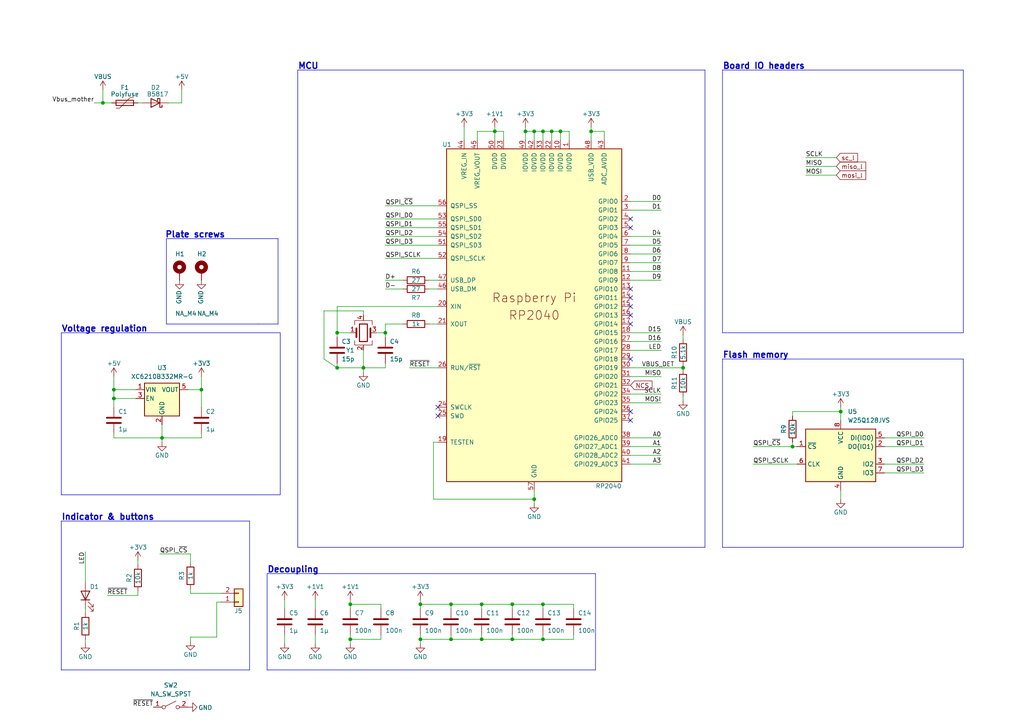
<source format=kicad_sch>
(kicad_sch (version 20231120) (generator "eeschema") (generator_version "8.0")
  (paper "A4")
  (title_block (title "Splinktegrated  ") (rev "2") (company "bastardkb"))
  (lib_symbols
    (symbol "Connector:Conn_01x07_Socket" (pin_names (offset 1.016) hide)
      (property "Reference" "J" (at 0 10.16 0))
      (property "Value" "Conn_01x07_Socket" (at 0 -10.16 0))
      (symbol "Conn_01x07_Socket_1_1"
        (pin passive line (at -5.08 7.62 0) (length 3.81) (name "Pin_1") (number "1"))
        (pin passive line (at -5.08 5.08 0) (length 3.81) (name "Pin_2") (number "2"))
        (pin passive line (at -5.08 2.54 0) (length 3.81) (name "Pin_3") (number "3"))
        (pin passive line (at -5.08 0 0) (length 3.81) (name "Pin_4") (number "4"))
        (pin passive line (at -5.08 -2.54 0) (length 3.81) (name "Pin_5") (number "5"))
        (pin passive line (at -5.08 -5.08 0) (length 3.81) (name "Pin_6") (number "6"))
        (pin passive line (at -5.08 -7.62 0) (length 3.81) (name "Pin_7") (number "7"))
      )
    )
    (symbol "Connector:Conn_01x14_Female" (pin_names (offset 1.016) hide)
      (property "Reference" "J113" (at 1.905 0.0001 0))
      (property "Value" "Cirque" (at 1.905 -2.5399 0))
      (symbol "Conn_01x14_Female_1_1"
        (pin passive line (at -5.08 -12.7 0) (length 3.81) (name "Pin_1") (number "1"))
        (pin passive line (at -5.08 10.16 0) (length 3.81) (name "Pin_10") (number "10"))
        (pin passive line (at -5.08 12.7 0) (length 3.81) (name "Pin_11") (number "11"))
        (pin passive line (at -5.08 15.24 0) (length 3.81) (name "Pin_12") (number "12"))
        (pin passive line (at -5.08 -15.24 0) (length 3.81) (name "Pin_13") (number "13"))
        (pin passive line (at -5.08 -17.78 0) (length 3.81) (name "Pin_14") (number "14"))
        (pin passive line (at -5.08 -10.16 0) (length 3.81) (name "Pin_2") (number "2"))
        (pin passive line (at -5.08 -7.62 0) (length 3.81) (name "Pin_3") (number "3"))
        (pin passive line (at -5.08 -5.08 0) (length 3.81) (name "Pin_4") (number "4"))
        (pin passive line (at -5.08 -2.54 0) (length 3.81) (name "Pin_5") (number "5"))
        (pin passive line (at -5.08 0 0) (length 3.81) (name "Pin_6") (number "6"))
        (pin passive line (at -5.08 2.54 0) (length 3.81) (name "Pin_7") (number "7"))
        (pin passive line (at -5.08 5.08 0) (length 3.81) (name "Pin_8") (number "8"))
        (pin passive line (at -5.08 7.62 0) (length 3.81) (name "Pin_9") (number "9"))
      )
    )
    (symbol "Connector:USB_C_Receptacle_USB2.0" (pin_names (offset 1.016))
      (property "Reference" "J" (at -10.16 19.05 0))
      (property "Value" "USB_C_Receptacle_USB2.0" (at 19.05 19.05 0))
      (symbol "USB_C_Receptacle_USB2.0_1_1"
        (pin passive line (at 0 -22.86 90) (length 5.08) (name "GND") (number "A1"))
        (pin passive line (at 0 -22.86 90) (length 5.08) hide (name "GND") (number "A12"))
        (pin passive line (at 15.24 15.24 180) (length 5.08) (name "VBUS") (number "A4"))
        (pin bidirectional line (at 15.24 10.16 180) (length 5.08) (name "CC1") (number "A5"))
        (pin bidirectional line (at 15.24 -2.54 180) (length 5.08) (name "D+") (number "A6"))
        (pin bidirectional line (at 15.24 2.54 180) (length 5.08) (name "D-") (number "A7"))
        (pin bidirectional line (at 15.24 -12.7 180) (length 5.08) (name "SBU1") (number "A8"))
        (pin passive line (at 15.24 15.24 180) (length 5.08) hide (name "VBUS") (number "A9"))
        (pin passive line (at 0 -22.86 90) (length 5.08) hide (name "GND") (number "B1"))
        (pin passive line (at 0 -22.86 90) (length 5.08) hide (name "GND") (number "B12"))
        (pin passive line (at 15.24 15.24 180) (length 5.08) hide (name "VBUS") (number "B4"))
        (pin bidirectional line (at 15.24 7.62 180) (length 5.08) (name "CC2") (number "B5"))
        (pin bidirectional line (at 15.24 -5.08 180) (length 5.08) (name "D+") (number "B6"))
        (pin bidirectional line (at 15.24 0 180) (length 5.08) (name "D-") (number "B7"))
        (pin bidirectional line (at 15.24 -15.24 180) (length 5.08) (name "SBU2") (number "B8"))
        (pin passive line (at 15.24 15.24 180) (length 5.08) hide (name "VBUS") (number "B9"))
        (pin passive line (at -7.62 -22.86 90) (length 5.08) (name "SHIELD") (number "S1"))
      )
    )
    (symbol "Connector_Generic:Conn_01x02" (pin_names (offset 1.016) hide)
      (property "Reference" "J" (at 0 2.54 0))
      (property "Value" "Conn_01x02" (at 0 -5.08 0))
      (symbol "Conn_01x02_1_1"
        (pin passive line (at -5.08 0 0) (length 3.81) (name "Pin_1") (number "1"))
        (pin passive line (at -5.08 -2.54 0) (length 3.81) (name "Pin_2") (number "2"))
      )
    )
    (symbol "Device:C" (pin_numbers hide) (pin_names (offset 0.254))
      (property "Reference" "C" (at 0.635 2.54 0))
      (property "Value" "C" (at 0.635 -2.54 0))
      (symbol "C_1_1"
        (pin passive line (at 0 3.81 270) (length 2.794) (name "~") (number "1"))
        (pin passive line (at 0 -3.81 90) (length 2.794) (name "~") (number "2"))
      )
    )
    (symbol "Device:Crystal_GND24" (pin_names (offset 1.016) hide)
      (property "Reference" "Y" (at 3.175 5.08 0))
      (property "Value" "Crystal_GND24" (at 3.175 3.175 0))
      (symbol "Crystal_GND24_1_1"
        (pin passive line (at -3.81 0 0) (length 1.27) (name "1") (number "1"))
        (pin passive line (at 0 5.08 270) (length 1.27) (name "2") (number "2"))
        (pin passive line (at 3.81 0 180) (length 1.27) (name "3") (number "3"))
        (pin passive line (at 0 -5.08 90) (length 1.27) (name "4") (number "4"))
      )
    )
    (symbol "Device:D_Schottky" (pin_numbers hide) (pin_names (offset 1.016) hide)
      (property "Reference" "D" (at 0 2.54 0))
      (property "Value" "D_Schottky" (at 0 -2.54 0))
      (symbol "D_Schottky_1_1"
        (pin passive line (at -3.81 0 0) (length 2.54) (name "K") (number "1"))
        (pin passive line (at 3.81 0 180) (length 2.54) (name "A") (number "2"))
      )
    )
    (symbol "Device:FerriteBead_Small" (pin_numbers hide) (pin_names (offset 0))
      (property "Reference" "FB" (at 1.905 1.27 0))
      (property "Value" "FerriteBead_Small" (at 1.905 -1.27 0))
      (symbol "FerriteBead_Small_1_1"
        (pin passive line (at 0 2.54 270) (length 1.27) (name "~") (number "1"))
        (pin passive line (at 0 -2.54 90) (length 1.27) (name "~") (number "2"))
      )
    )
    (symbol "Device:LED" (pin_numbers hide) (pin_names (offset 1.016) hide)
      (property "Reference" "D" (at 0 2.54 0))
      (property "Value" "LED" (at 0 -2.54 0))
      (symbol "LED_1_1"
        (pin passive line (at -3.81 0 0) (length 2.54) (name "K") (number "1"))
        (pin passive line (at 3.81 0 180) (length 2.54) (name "A") (number "2"))
      )
    )
    (symbol "Device:Polyfuse" (pin_numbers hide) (pin_names (offset 0))
      (property "Reference" "F" (at -2.54 0 90))
      (property "Value" "Polyfuse" (at 2.54 0 90))
      (symbol "Polyfuse_1_1"
        (pin passive line (at 0 3.81 270) (length 1.27) (name "~") (number "1"))
        (pin passive line (at 0 -3.81 90) (length 1.27) (name "~") (number "2"))
      )
    )
    (symbol "Device:R" (pin_numbers hide) (pin_names (offset 0))
      (property "Reference" "R" (at 2.032 0 90))
      (property "Value" "R" (at 0 0 90))
      (symbol "R_1_1"
        (pin passive line (at 0 3.81 270) (length 1.27) (name "~") (number "1"))
        (pin passive line (at 0 -3.81 90) (length 1.27) (name "~") (number "2"))
      )
    )
    (symbol "MCU_RaspberryPi_RP2040:RP2040" (pin_names (offset 1.016))
      (property "Reference" "U" (at -25.4 49.53 0))
      (property "Value" "RP2040" (at 20.32 -49.53 0))
      (symbol "RP2040_0_0"
        (text "Raspberry Pi" (at 0 5.08 0) (effects (font (size 2.54 2.54))))
        (text "RP2040" (at 0 0 0) (effects (font (size 2.54 2.54))))
      )
      (symbol "RP2040_1_1"
        (pin power_in line (at 10.16 50.8 270) (length 2.54) (name "IOVDD") (number "1"))
        (pin power_in line (at 7.62 50.8 270) (length 2.54) (name "IOVDD") (number "10"))
        (pin bidirectional line (at 27.94 12.7 180) (length 2.54) (name "GPIO8") (number "11"))
        (pin bidirectional line (at 27.94 10.16 180) (length 2.54) (name "GPIO9") (number "12"))
        (pin bidirectional line (at 27.94 7.62 180) (length 2.54) (name "GPIO10") (number "13"))
        (pin bidirectional line (at 27.94 5.08 180) (length 2.54) (name "GPIO11") (number "14"))
        (pin bidirectional line (at 27.94 2.54 180) (length 2.54) (name "GPIO12") (number "15"))
        (pin bidirectional line (at 27.94 0 180) (length 2.54) (name "GPIO13") (number "16"))
        (pin bidirectional line (at 27.94 -2.54 180) (length 2.54) (name "GPIO14") (number "17"))
        (pin bidirectional line (at 27.94 -5.08 180) (length 2.54) (name "GPIO15") (number "18"))
        (pin passive line (at -27.94 -36.83 0) (length 2.54) (name "TESTEN") (number "19"))
        (pin bidirectional line (at 27.94 33.02 180) (length 2.54) (name "GPIO0") (number "2"))
        (pin input line (at -27.94 2.54 0) (length 2.54) (name "XIN") (number "20"))
        (pin passive line (at -27.94 -2.54 0) (length 2.54) (name "XOUT") (number "21"))
        (pin power_in line (at 5.08 50.8 270) (length 2.54) (name "IOVDD") (number "22"))
        (pin power_in line (at -8.89 50.8 270) (length 2.54) (name "DVDD") (number "23"))
        (pin output line (at -27.94 -26.67 0) (length 2.54) (name "SWCLK") (number "24"))
        (pin bidirectional line (at -27.94 -29.21 0) (length 2.54) (name "SWD") (number "25"))
        (pin input line (at -27.94 -15.24 0) (length 2.54) (name "RUN/~{RST}") (number "26"))
        (pin bidirectional line (at 27.94 -7.62 180) (length 2.54) (name "GPIO16") (number "27"))
        (pin bidirectional line (at 27.94 -10.16 180) (length 2.54) (name "GPIO17") (number "28"))
        (pin bidirectional line (at 27.94 -12.7 180) (length 2.54) (name "GPIO18") (number "29"))
        (pin bidirectional line (at 27.94 30.48 180) (length 2.54) (name "GPIO1") (number "3"))
        (pin bidirectional line (at 27.94 -15.24 180) (length 2.54) (name "GPIO19") (number "30"))
        (pin bidirectional line (at 27.94 -17.78 180) (length 2.54) (name "GPIO20") (number "31"))
        (pin bidirectional line (at 27.94 -20.32 180) (length 2.54) (name "GPIO21") (number "32"))
        (pin power_in line (at 2.54 50.8 270) (length 2.54) (name "IOVDD") (number "33"))
        (pin bidirectional line (at 27.94 -22.86 180) (length 2.54) (name "GPIO22") (number "34"))
        (pin bidirectional line (at 27.94 -25.4 180) (length 2.54) (name "GPIO23") (number "35"))
        (pin bidirectional line (at 27.94 -27.94 180) (length 2.54) (name "GPIO24") (number "36"))
        (pin bidirectional line (at 27.94 -30.48 180) (length 2.54) (name "GPIO25") (number "37"))
        (pin bidirectional line (at 27.94 -35.56 180) (length 2.54) (name "GPIO26_ADC0") (number "38"))
        (pin bidirectional line (at 27.94 -38.1 180) (length 2.54) (name "GPIO27_ADC1") (number "39"))
        (pin bidirectional line (at 27.94 27.94 180) (length 2.54) (name "GPIO2") (number "4"))
        (pin bidirectional line (at 27.94 -40.64 180) (length 2.54) (name "GPIO28_ADC2") (number "40"))
        (pin bidirectional line (at 27.94 -43.18 180) (length 2.54) (name "GPIO29_ADC3") (number "41"))
        (pin power_in line (at 0 50.8 270) (length 2.54) (name "IOVDD") (number "42"))
        (pin power_in line (at 20.32 50.8 270) (length 2.54) (name "ADC_AVDD") (number "43"))
        (pin power_in line (at -20.32 50.8 270) (length 2.54) (name "VREG_IN") (number "44"))
        (pin power_out line (at -16.51 50.8 270) (length 2.54) (name "VREG_VOUT") (number "45"))
        (pin bidirectional line (at -27.94 7.62 0) (length 2.54) (name "USB_DM") (number "46"))
        (pin bidirectional line (at -27.94 10.16 0) (length 2.54) (name "USB_DP") (number "47"))
        (pin power_in line (at 16.51 50.8 270) (length 2.54) (name "USB_VDD") (number "48"))
        (pin power_in line (at -2.54 50.8 270) (length 2.54) (name "IOVDD") (number "49"))
        (pin bidirectional line (at 27.94 25.4 180) (length 2.54) (name "GPIO3") (number "5"))
        (pin power_in line (at -11.43 50.8 270) (length 2.54) (name "DVDD") (number "50"))
        (pin bidirectional line (at -27.94 20.32 0) (length 2.54) (name "QSPI_SD3") (number "51"))
        (pin output line (at -27.94 16.51 0) (length 2.54) (name "QSPI_SCLK") (number "52"))
        (pin bidirectional line (at -27.94 27.94 0) (length 2.54) (name "QSPI_SD0") (number "53"))
        (pin bidirectional line (at -27.94 22.86 0) (length 2.54) (name "QSPI_SD2") (number "54"))
        (pin bidirectional line (at -27.94 25.4 0) (length 2.54) (name "QSPI_SD1") (number "55"))
        (pin bidirectional line (at -27.94 31.75 0) (length 2.54) (name "QSPI_SS") (number "56"))
        (pin power_in line (at 0 -50.8 90) (length 2.54) (name "GND") (number "57"))
        (pin bidirectional line (at 27.94 22.86 180) (length 2.54) (name "GPIO4") (number "6"))
        (pin bidirectional line (at 27.94 20.32 180) (length 2.54) (name "GPIO5") (number "7"))
        (pin bidirectional line (at 27.94 17.78 180) (length 2.54) (name "GPIO6") (number "8"))
        (pin bidirectional line (at 27.94 15.24 180) (length 2.54) (name "GPIO7") (number "9"))
      )
    )
    (symbol "Mechanical:MountingHole_Pad" (pin_numbers hide) (pin_names (offset 1.016) hide)
      (property "Reference" "H" (at 0 6.35 0))
      (property "Value" "MountingHole_Pad" (at 0 4.445 0))
      (symbol "MountingHole_Pad_1_1"
        (pin input line (at 0 -2.54 90) (length 2.54) (name "1") (number "1"))
      )
    )
    (symbol "Memory_Flash:W25Q128JVS"
      (property "Reference" "U" (at -8.89 8.89 0))
      (property "Value" "W25Q128JVS" (at 7.62 8.89 0))
      (symbol "W25Q128JVS_1_1"
        (pin input line (at -12.7 2.54 0) (length 2.54) (name "~{CS}") (number "1"))
        (pin bidirectional line (at 12.7 2.54 180) (length 2.54) (name "DO(IO1)") (number "2"))
        (pin bidirectional line (at 12.7 -2.54 180) (length 2.54) (name "IO2") (number "3"))
        (pin power_in line (at 0 -10.16 90) (length 2.54) (name "GND") (number "4"))
        (pin bidirectional line (at 12.7 5.08 180) (length 2.54) (name "DI(IO0)") (number "5"))
        (pin input line (at -12.7 -2.54 0) (length 2.54) (name "CLK") (number "6"))
        (pin bidirectional line (at 12.7 -5.08 180) (length 2.54) (name "IO3") (number "7"))
        (pin power_in line (at 0 10.16 270) (length 2.54) (name "VCC") (number "8"))
      )
    )
    (symbol "Power_Protection:USBLC6-2P6" (pin_names hide)
      (property "Reference" "U" (at 2.54 8.89 0))
      (property "Value" "USBLC6-2P6" (at 2.54 -8.89 0))
      (symbol "USBLC6-2P6_1_1"
        (pin passive line (at -10.16 -2.54 0) (length 2.54) (name "I/O1") (number "1"))
        (pin passive line (at 0 -10.16 90) (length 2.54) (name "GND") (number "2"))
        (pin passive line (at 10.16 -2.54 180) (length 2.54) (name "I/O2") (number "3"))
        (pin passive line (at 10.16 2.54 180) (length 2.54) (name "I/O2") (number "4"))
        (pin passive line (at 0 10.16 270) (length 2.54) (name "VBUS") (number "5"))
        (pin passive line (at -10.16 2.54 0) (length 2.54) (name "I/O1") (number "6"))
      )
    )
    (symbol "Regulator_Linear:AP2127K-3.3" (pin_names (offset 0.254))
      (property "Reference" "U" (at -5.08 5.715 0))
      (property "Value" "AP2127K-3.3" (at 0 5.715 0))
      (symbol "AP2127K-3.3_1_1"
        (pin power_in line (at -7.62 2.54 0) (length 2.54) (name "VIN") (number "1"))
        (pin power_in line (at 0 -7.62 90) (length 2.54) (name "GND") (number "2"))
        (pin input line (at -7.62 0 0) (length 2.54) (name "EN") (number "3"))
        (pin no_connect line (at 5.08 0 180) (length 2.54) hide (name "NC") (number "4"))
        (pin power_out line (at 7.62 2.54 180) (length 2.54) (name "VOUT") (number "5"))
      )
    )
    (symbol "Switch:SW_SPST" (pin_names (offset 0) hide)
      (property "Reference" "SW" (at 0 3.175 0))
      (property "Value" "SW_SPST" (at 0 -2.54 0))
      (symbol "SW_SPST_1_1"
        (pin passive line (at -5.08 0 0) (length 2.54) (name "A") (number "1"))
        (pin passive line (at 5.08 0 180) (length 2.54) (name "B") (number "2"))
      )
    )
    (symbol "power:+1V1" (power) (pin_names (offset 0))
      (property "Value" "+1V1" (at 0 3.556 0))
      (symbol "+1V1_1_1"
        (pin power_in line (at 0 0 90) (length 0) hide (name "+1V1") (number "1"))
      )
    )
    (symbol "power:+3.3V" (power) (pin_names (offset 0))
      (property "Value" "+3.3V" (at 0 3.556 0))
      (symbol "+3.3V_1_1"
        (pin power_in line (at 0 0 90) (length 0) hide (name "+3V3") (number "1"))
      )
    )
    (symbol "power:+5V" (power) (pin_names (offset 0))
      (property "Value" "+5V" (at 0 3.556 0))
      (symbol "+5V_1_1"
        (pin power_in line (at 0 0 90) (length 0) hide (name "+5V") (number "1"))
      )
    )
    (symbol "power:GND" (power) (pin_names (offset 0))
      (property "Value" "GND" (at 0 -3.81 0))
      (symbol "GND_1_1"
        (pin power_in line (at 0 0 270) (length 0) hide (name "GND") (number "1"))
      )
    )
    (symbol "power:VBUS" (power) (pin_names (offset 0))
      (property "Value" "VBUS" (at 0 3.81 0))
      (symbol "VBUS_1_1"
        (pin power_in line (at 0 0 90) (length 0) hide (name "VBUS") (number "1"))
      )
    )
  )
  (junction (at 46.99 127))
  (junction (at 105.41 106.68))
  (junction (at 154.94 38.1))
  (junction (at 162.56 38.1))
  (junction (at 111.76 96.52))
  (junction (at 157.48 185.42))
  (junction (at 101.6 185.42))
  (junction (at -85.09 48.26))
  (junction (at 157.48 38.1))
  (junction (at 97.79 96.52))
  (junction (at 157.48 175.26))
  (junction (at 101.6 175.26))
  (junction (at 121.92 185.42))
  (junction (at 148.59 185.42))
  (junction (at 130.81 175.26))
  (junction (at 148.59 175.26))
  (junction (at 152.4 38.1))
  (junction (at 160.02 38.1))
  (junction (at 33.02 113.03))
  (junction (at 171.45 38.1))
  (junction (at 139.7 185.42))
  (junction (at 154.94 144.78))
  (junction (at -104.14 72.39))
  (junction (at 198.12 106.68))
  (junction (at 58.42 113.03))
  (junction (at 229.87 129.54))
  (junction (at 139.7 175.26))
  (junction (at -68.58 40.64))
  (junction (at 130.81 185.42))
  (junction (at 97.79 106.68))
  (junction (at 33.02 115.57))
  (junction (at -85.09 50.8))
  (junction (at 243.84 119.38))
  (junction (at 29.845 29.845))
  (junction (at 143.51 38.1))
  (junction (at 121.92 175.26))
  (no_connect (at 392.43 64.77))
  (no_connect (at 392.43 39.37))
  (no_connect (at 392.43 67.31))
  (no_connect (at 182.88 119.38))
  (no_connect (at 182.88 121.92))
  (no_connect (at 182.88 83.82))
  (no_connect (at 182.88 104.14))
  (no_connect (at 182.88 86.36))
  (no_connect (at 182.88 88.9))
  (no_connect (at 182.88 91.44))
  (no_connect (at 182.88 93.98))
  (no_connect (at -88.9 60.96))
  (no_connect (at -88.9 63.5))
  (no_connect (at 392.43 54.61))
  (no_connect (at 182.88 63.5))
  (no_connect (at 182.88 66.04))
  (no_connect (at 392.43 41.91))
  (no_connect (at 127 118.11))
  (no_connect (at 127 120.65))
  (no_connect (at 392.43 44.45))
  (no_connect (at 392.43 46.99))
  (no_connect (at 392.43 49.53))
  (polyline (pts (xy 209.55 96.52) (xy 279.4 96.52)))
  (wire (pts (xy 171.45 38.1) (xy 171.45 40.64)))
  (wire (pts (xy 33.02 115.57) (xy 33.02 118.11)))
  (wire (pts (xy 105.41 91.44) (xy 105.41 90.17)))
  (wire (pts (xy 118.745 106.68) (xy 127 106.68)))
  (wire (pts (xy 58.42 109.22) (xy 58.42 113.03)))
  (wire (pts (xy 55.245 170.815) (xy 55.245 172.085)))
  (wire (pts (xy 82.55 173.99) (xy 82.55 176.53)))
  (wire (pts (xy 40.005 29.845) (xy 41.275 29.845)))
  (wire (pts (xy 267.97 134.62) (xy 256.54 134.62)))
  (wire (pts (xy 101.6 175.26) (xy 110.49 175.26)))
  (wire (pts (xy 121.92 173.99) (xy 121.92 175.26)))
  (polyline (pts (xy 17.78 194.31) (xy 72.39 194.31)))
  (polyline (pts (xy 204.47 158.75) (xy 204.47 20.32)))
  (wire (pts (xy 182.88 127) (xy 191.77 127)))
  (wire (pts (xy -88.9 50.8) (xy -85.09 50.8)))
  (wire (pts (xy 91.44 173.99) (xy 91.44 176.53)))
  (wire (pts (xy 267.97 137.16) (xy 256.54 137.16)))
  (polyline (pts (xy 279.4 104.14) (xy 209.55 104.14)))
  (wire (pts (xy 111.76 66.04) (xy 127 66.04)))
  (wire (pts (xy 182.88 101.6) (xy 191.77 101.6)))
  (wire (pts (xy 121.92 185.42) (xy 130.81 185.42)))
  (wire (pts (xy 33.02 113.03) (xy 39.37 113.03)))
  (wire (pts (xy 101.6 175.26) (xy 101.6 176.53)))
  (wire (pts (xy 243.84 118.11) (xy 243.84 119.38)))
  (wire (pts (xy 109.22 96.52) (xy 111.76 96.52)))
  (wire (pts (xy 105.41 106.68) (xy 105.41 107.95)))
  (wire (pts (xy 162.56 38.1) (xy 165.1 38.1)))
  (wire (pts (xy 48.895 29.845) (xy 52.705 29.845)))
  (wire (pts (xy 121.92 175.26) (xy 130.81 175.26)))
  (wire (pts (xy -22.86 58.42) (xy -20.32 58.42)))
  (wire (pts (xy -22.86 53.34) (xy -20.32 53.34)))
  (wire (pts (xy 97.79 96.52) (xy 97.79 88.9)))
  (wire (pts (xy 111.76 68.58) (xy 127 68.58)))
  (wire (pts (xy 198.12 114.935) (xy 198.12 116.205)))
  (wire (pts (xy 143.51 38.1) (xy 143.51 40.64)))
  (wire (pts (xy 182.88 129.54) (xy 191.77 129.54)))
  (wire (pts (xy 130.81 184.15) (xy 130.81 185.42)))
  (polyline (pts (xy 405.765 72.39) (xy 370.84 72.39)))
  (wire (pts (xy -85.09 48.26) (xy -88.9 48.26)))
  (polyline (pts (xy -39.37 137.795) (xy -121.92 137.795)))
  (wire (pts (xy 121.92 185.42) (xy 121.92 186.69)))
  (wire (pts (xy 267.97 127) (xy 256.54 127)))
  (wire (pts (xy 52.705 26.035) (xy 52.705 29.845)))
  (wire (pts (xy 33.02 127) (xy 46.99 127)))
  (wire (pts (xy 125.73 128.27) (xy 127 128.27)))
  (wire (pts (xy 101.6 185.42) (xy 101.6 186.69)))
  (wire (pts (xy -22.86 50.8) (xy -20.32 50.8)))
  (wire (pts (xy 124.46 81.28) (xy 127 81.28)))
  (wire (pts (xy -88.9 45.72) (xy -86.36 45.72)))
  (wire (pts (xy 93.98 90.17) (xy 93.98 104.14)))
  (wire (pts (xy 101.6 185.42) (xy 110.49 185.42)))
  (wire (pts (xy 139.7 185.42) (xy 148.59 185.42)))
  (wire (pts (xy 124.46 93.98) (xy 127 93.98)))
  (wire (pts (xy 391.16 34.29) (xy 391.16 33.02)))
  (wire (pts (xy -86.36 45.72) (xy -85.09 48.26)))
  (polyline (pts (xy 370.84 23.495) (xy 405.765 23.495)))
  (wire (pts (xy -105.41 72.39) (xy -104.14 72.39)))
  (polyline (pts (xy 80.645 69.215) (xy 80.645 93.98)))
  (wire (pts (xy 243.84 142.24) (xy 243.84 144.78)))
  (wire (pts (xy 157.48 38.1) (xy 157.48 40.64)))
  (wire (pts (xy 111.76 106.68) (xy 111.76 105.41)))
  (wire (pts (xy 62.865 174.625) (xy 62.865 184.785)))
  (polyline (pts (xy 74.93 93.98) (xy 48.26 93.98)))
  (wire (pts (xy -88.9 33.02) (xy -86.36 33.02)))
  (wire (pts (xy 46.355 160.655) (xy 55.245 160.655)))
  (wire (pts (xy 58.42 125.73) (xy 58.42 127)))
  (wire (pts (xy 233.68 50.8) (xy 242.57 50.8)))
  (wire (pts (xy 233.68 48.26) (xy 242.57 48.26)))
  (wire (pts (xy 229.87 129.54) (xy 231.14 129.54)))
  (wire (pts (xy 105.41 106.68) (xy 111.76 106.68)))
  (wire (pts (xy 154.94 144.78) (xy 154.94 146.05)))
  (wire (pts (xy 182.88 109.22) (xy 191.77 109.22)))
  (wire (pts (xy 152.4 36.83) (xy 152.4 38.1)))
  (wire (pts (xy 146.05 40.64) (xy 146.05 38.1)))
  (wire (pts (xy 154.94 142.24) (xy 154.94 144.78)))
  (wire (pts (xy 40.005 171.45) (xy 40.005 172.72)))
  (wire (pts (xy 175.26 40.64) (xy 175.26 38.1)))
  (wire (pts (xy 55.245 160.655) (xy 55.245 163.195)))
  (wire (pts (xy 198.12 106.68) (xy 198.12 107.315)))
  (wire (pts (xy -22.86 55.88) (xy -20.32 55.88)))
  (wire (pts (xy 139.7 184.15) (xy 139.7 185.42)))
  (wire (pts (xy 157.48 185.42) (xy 166.37 185.42)))
  (wire (pts (xy 182.88 68.58) (xy 191.77 68.58)))
  (wire (pts (xy -111.76 72.39) (xy -110.49 72.39)))
  (wire (pts (xy 182.88 114.3) (xy 191.77 114.3)))
  (wire (pts (xy 97.79 106.68) (xy 105.41 106.68)))
  (wire (pts (xy 166.37 176.53) (xy 166.37 175.26)))
  (wire (pts (xy 171.45 38.1) (xy 175.26 38.1)))
  (wire (pts (xy 125.73 128.27) (xy 125.73 144.78)))
  (wire (pts (xy 139.7 175.26) (xy 148.59 175.26)))
  (polyline (pts (xy -39.37 85.09) (xy -39.37 137.795)))
  (wire (pts (xy 58.42 113.03) (xy 58.42 118.11)))
  (wire (pts (xy 218.44 134.62) (xy 231.14 134.62)))
  (wire (pts (xy 152.4 38.1) (xy 152.4 40.64)))
  (wire (pts (xy 105.41 90.17) (xy 93.98 90.17)))
  (polyline (pts (xy 209.55 104.14) (xy 209.55 158.75)))
  (wire (pts (xy 148.59 175.26) (xy 157.48 175.26)))
  (wire (pts (xy 110.49 184.15) (xy 110.49 185.42)))
  (polyline (pts (xy 17.78 151.13) (xy 17.78 194.31)))
  (wire (pts (xy 182.88 106.68) (xy 198.12 106.68)))
  (wire (pts (xy 391.16 36.83) (xy 392.43 36.83)))
  (wire (pts (xy 243.84 119.38) (xy 243.84 121.92)))
  (wire (pts (xy 182.88 132.08) (xy 191.77 132.08)))
  (wire (pts (xy 24.765 176.53) (xy 24.765 177.8)))
  (wire (pts (xy 111.76 96.52) (xy 111.76 97.79)))
  (wire (pts (xy 62.865 184.785) (xy 55.245 184.785)))
  (wire (pts (xy -88.9 38.1) (xy -80.01 38.1)))
  (wire (pts (xy 121.92 184.15) (xy 121.92 185.42)))
  (wire (pts (xy 171.45 36.83) (xy 171.45 38.1)))
  (wire (pts (xy 97.79 97.79) (xy 97.79 96.52)))
  (wire (pts (xy 24.765 185.42) (xy 24.765 186.69)))
  (polyline (pts (xy 279.4 96.52) (xy 279.4 20.32)))
  (polyline (pts (xy -121.92 16.51) (xy -39.37 16.51)))
  (wire (pts (xy 218.44 129.54) (xy 229.87 129.54)))
  (wire (pts (xy 130.81 185.42) (xy 139.7 185.42)))
  (wire (pts (xy 82.55 184.15) (xy 82.55 186.69)))
  (wire (pts (xy 182.88 73.66) (xy 191.77 73.66)))
  (wire (pts (xy 97.79 105.41) (xy 97.79 106.68)))
  (wire (pts (xy 130.81 175.26) (xy 130.81 176.53)))
  (wire (pts (xy 97.79 96.52) (xy 101.6 96.52)))
  (wire (pts (xy 111.76 71.12) (xy 127 71.12)))
  (polyline (pts (xy 48.26 69.215) (xy 48.26 93.98)))
  (wire (pts (xy 91.44 184.15) (xy 91.44 186.69)))
  (wire (pts (xy 64.135 174.625) (xy 62.865 174.625)))
  (wire (pts (xy 154.94 38.1) (xy 157.48 38.1)))
  (wire (pts (xy 182.88 96.52) (xy 191.77 96.52)))
  (wire (pts (xy -68.58 40.64) (xy -68.58 41.91)))
  (wire (pts (xy 229.87 128.27) (xy 229.87 129.54)))
  (wire (pts (xy 148.59 184.15) (xy 148.59 185.42)))
  (polyline (pts (xy -39.37 16.51) (xy -39.37 85.09)))
  (wire (pts (xy 160.02 38.1) (xy 160.02 40.64)))
  (polyline (pts (xy 17.78 96.52) (xy 81.28 96.52)))
  (wire (pts (xy 33.02 125.73) (xy 33.02 127)))
  (wire (pts (xy -86.36 29.21) (xy -86.36 33.02)))
  (wire (pts (xy -104.14 72.39) (xy -104.14 73.66)))
  (polyline (pts (xy 77.47 194.31) (xy 172.72 194.31)))
  (wire (pts (xy -72.39 38.1) (xy -68.58 38.1)))
  (wire (pts (xy 233.68 45.72) (xy 242.57 45.72)))
  (wire (pts (xy -111.76 71.12) (xy -111.76 72.39)))
  (wire (pts (xy 97.79 88.9) (xy 127 88.9)))
  (wire (pts (xy 182.88 116.84) (xy 191.77 116.84)))
  (wire (pts (xy 111.76 83.82) (xy 116.84 83.82)))
  (wire (pts (xy 267.97 129.54) (xy 256.54 129.54)))
  (wire (pts (xy 148.59 185.42) (xy 157.48 185.42)))
  (wire (pts (xy 33.02 109.22) (xy 33.02 113.03)))
  (wire (pts (xy 229.87 119.38) (xy 243.84 119.38)))
  (wire (pts (xy 138.43 38.1) (xy 143.51 38.1)))
  (wire (pts (xy 33.02 113.03) (xy 33.02 115.57)))
  (wire (pts (xy -88.9 40.64) (xy -80.01 40.64)))
  (wire (pts (xy 27.305 29.845) (xy 29.845 29.845)))
  (wire (pts (xy 111.76 63.5) (xy 127 63.5)))
  (wire (pts (xy 55.245 184.785) (xy 55.245 186.055)))
  (wire (pts (xy 148.59 175.26) (xy 148.59 176.53)))
  (wire (pts (xy 29.845 26.035) (xy 29.845 29.845)))
  (polyline (pts (xy 172.72 194.31) (xy 172.72 166.37)))
  (polyline (pts (xy 81.28 143.51) (xy 17.78 143.51)))
  (wire (pts (xy 116.84 93.98) (xy 111.76 93.98)))
  (wire (pts (xy 143.51 36.83) (xy 143.51 38.1)))
  (polyline (pts (xy -122.555 137.795) (xy -121.92 16.51)))
  (wire (pts (xy 111.76 59.69) (xy 127 59.69)))
  (wire (pts (xy 165.1 40.64) (xy 165.1 38.1)))
  (polyline (pts (xy 209.55 158.75) (xy 279.4 158.75)))
  (polyline (pts (xy 77.47 166.37) (xy 172.72 166.37)))
  (wire (pts (xy 24.765 160.02) (xy 24.765 168.91)))
  (wire (pts (xy 157.48 38.1) (xy 160.02 38.1)))
  (wire (pts (xy 111.76 93.98) (xy 111.76 96.52)))
  (wire (pts (xy 46.99 123.19) (xy 46.99 127)))
  (wire (pts (xy 93.98 104.14) (xy 97.79 106.68)))
  (wire (pts (xy 229.87 120.65) (xy 229.87 119.38)))
  (wire (pts (xy 198.12 97.155) (xy 198.12 98.425)))
  (wire (pts (xy 124.46 83.82) (xy 127 83.82)))
  (wire (pts (xy 182.88 60.96) (xy 191.77 60.96)))
  (wire (pts (xy 157.48 175.26) (xy 166.37 175.26)))
  (wire (pts (xy 105.41 101.6) (xy 105.41 106.68)))
  (polyline (pts (xy 279.4 20.32) (xy 209.55 20.32)))
  (wire (pts (xy 182.88 76.2) (xy 191.77 76.2)))
  (wire (pts (xy -85.09 50.8) (xy -86.36 53.34)))
  (wire (pts (xy 54.61 113.03) (xy 58.42 113.03)))
  (wire (pts (xy 182.88 78.74) (xy 191.77 78.74)))
  (wire (pts (xy 121.92 175.26) (xy 121.92 176.53)))
  (wire (pts (xy 111.76 74.93) (xy 127 74.93)))
  (polyline (pts (xy 209.55 20.32) (xy 209.55 96.52)))
  (wire (pts (xy -85.09 48.26) (xy -79.375 48.26)))
  (wire (pts (xy 138.43 40.64) (xy 138.43 38.1)))
  (polyline (pts (xy 86.36 158.75) (xy 204.47 158.75)))
  (wire (pts (xy 154.94 38.1) (xy 154.94 40.64)))
  (wire (pts (xy 157.48 175.26) (xy 157.48 176.53)))
  (polyline (pts (xy 17.78 143.51) (xy 17.78 96.52)))
  (polyline (pts (xy 204.47 20.32) (xy 86.36 20.32)))
  (wire (pts (xy 182.88 58.42) (xy 191.77 58.42)))
  (wire (pts (xy -72.39 40.64) (xy -68.58 40.64)))
  (polyline (pts (xy 405.765 23.495) (xy 405.765 72.39)))
  (wire (pts (xy 111.76 81.28) (xy 116.84 81.28)))
  (wire (pts (xy 162.56 38.1) (xy 162.56 40.64)))
  (wire (pts (xy 198.12 106.045) (xy 198.12 106.68)))
  (wire (pts (xy 182.88 134.62) (xy 191.77 134.62)))
  (polyline (pts (xy 77.47 166.37) (xy 77.47 194.31)))
  (polyline (pts (xy 48.26 69.215) (xy 74.93 69.215)))
  (wire (pts (xy -68.58 38.1) (xy -68.58 40.64)))
  (wire (pts (xy -86.36 53.34) (xy -88.9 53.34)))
  (wire (pts (xy 110.49 176.53) (xy 110.49 175.26)))
  (wire (pts (xy -85.09 50.8) (xy -79.375 50.8)))
  (wire (pts (xy 157.48 184.15) (xy 157.48 185.42)))
  (wire (pts (xy 55.245 172.085) (xy 64.135 172.085)))
  (wire (pts (xy 160.02 38.1) (xy 162.56 38.1)))
  (polyline (pts (xy 81.28 96.52) (xy 81.28 143.51)))
  (wire (pts (xy -104.14 71.12) (xy -104.14 72.39)))
  (polyline (pts (xy 72.39 194.31) (xy 72.39 151.13)))
  (wire (pts (xy 152.4 38.1) (xy 154.94 38.1)))
  (wire (pts (xy 182.88 81.28) (xy 191.77 81.28)))
  (wire (pts (xy 46.99 127) (xy 46.99 128.27)))
  (wire (pts (xy 166.37 184.15) (xy 166.37 185.42)))
  (polyline (pts (xy 17.78 151.13) (xy 72.39 151.13)))
  (wire (pts (xy 101.6 184.15) (xy 101.6 185.42)))
  (wire (pts (xy 392.43 34.29) (xy 391.16 34.29)))
  (wire (pts (xy 31.115 172.72) (xy 40.005 172.72)))
  (polyline (pts (xy 74.93 69.215) (xy 80.645 69.215)))
  (wire (pts (xy 40.005 162.56) (xy 40.005 163.83)))
  (polyline (pts (xy 86.36 20.32) (xy 86.36 158.75)))
  (wire (pts (xy 125.73 144.78) (xy 154.94 144.78)))
  (wire (pts (xy 182.88 71.12) (xy 191.77 71.12)))
  (polyline (pts (xy 370.84 23.495) (xy 370.84 72.39)))
  (wire (pts (xy 134.62 36.83) (xy 134.62 40.64)))
  (wire (pts (xy 143.51 38.1) (xy 146.05 38.1)))
  (wire (pts (xy 139.7 175.26) (xy 139.7 176.53)))
  (polyline (pts (xy 80.645 93.98) (xy 74.93 93.98)))
  (wire (pts (xy 46.99 127) (xy 58.42 127)))
  (wire (pts (xy 29.845 29.845) (xy 32.385 29.845)))
  (wire (pts (xy 101.6 173.99) (xy 101.6 175.26)))
  (wire (pts (xy 33.02 115.57) (xy 39.37 115.57)))
  (wire (pts (xy 182.88 99.06) (xy 191.77 99.06)))
  (wire (pts (xy 130.81 175.26) (xy 139.7 175.26)))
  (polyline (pts (xy 279.4 158.75) (xy 279.4 104.14)))
  (text "Decoupling" (at 77.47 166.37 0) (effects (font (size 1.778 1.778) (thickness 0.3556) (bold yes)) (justify left bottom)))
  (text "Board IO headers" (at 209.55 20.32 0) (effects (font (size 1.778 1.778) (thickness 0.3556) (bold yes)) (justify left bottom)))
  (text "USB-C connector" (at -121.92 16.51 0) (effects (font (size 1.778 1.778) (thickness 0.3556) (bold yes)) (justify left bottom)))
  (text "Cirque FPC connector" (at 370.205 23.495 0) (effects (font (size 1.778 1.778) (thickness 0.3556) (bold yes)) (justify left bottom)))
  (text "Indicator & buttons" (at 17.78 151.13 0) (effects (font (size 1.778 1.778) (thickness 0.3556) (bold yes)) (justify left bottom)))
  (text "ESD protection" (at -111.76 98.425 0) (effects (font (size 1.778 1.778) (thickness 0.3556) (bold yes)) (justify left bottom)))
  (text "Voltage regulation" (at 17.78 96.52 0) (effects (font (size 1.778 1.778) (thickness 0.3556) (bold yes)) (justify left bottom)))
  (text "MCU" (at 86.36 20.32 0) (effects (font (size 1.778 1.778) (thickness 0.3556) (bold yes)) (justify left bottom)))
  (text "Plate screws" (at 65.405 69.215 0) (effects (font (size 1.778 1.778) (thickness 0.3556) (bold yes)) (justify right bottom)))
  (text "Flash memory" (at 209.55 104.14 0) (effects (font (size 1.778 1.778) (thickness 0.3556) (bold yes)) (justify left bottom)))
  (label "Vbus_daughter" (at -20.32 50.8 0))
  (label "D8" (at 191.77 78.74 180))
  (label "D-_daughter" (at -20.32 55.88 0))
  (label "QSPI_D2" (at 111.76 68.58 0))
  (label "SCLK" (at 191.77 114.3 180))
  (label "D15" (at 191.77 96.52 180))
  (label "Gnd_daughter" (at -93.345 125.73 0))
  (label "D16" (at 191.77 99.06 180))
  (label "LED" (at 191.77 101.6 180))
  (label "SCLK" (at 233.68 45.72 0))
  (label "Gnd_daughter" (at -104.14 73.66 0))
  (label "D-_daughter" (at -103.505 118.11 180))
  (label "VBUS_DET" (at 195.58 106.68 180))
  (label "D6" (at 191.77 73.66 180))
  (label "MOSI" (at 191.77 116.84 180))
  (label "A2" (at 191.77 132.08 180))
  (label "D7" (at 191.77 76.2 180))
  (label "D-" (at 111.76 83.82 0))
  (label "D1" (at 191.77 60.96 180))
  (label "~{RESET}" (at 31.115 172.72 0))
  (label "MOSI" (at 392.43 52.07 180))
  (label "Vbus_daughter" (at -86.36 29.21 0))
  (label "QSPI_SCLK" (at 218.44 134.62 0))
  (label "D4" (at 191.77 68.58 180))
  (label "QSPI_D0" (at 267.97 127 180))
  (label "QSPI_~{CS}" (at 218.44 129.54 0))
  (label "QSPI_D1" (at 111.76 66.04 0))
  (label "D+" (at -22.86 58.42 180))
  (label "MOSI" (at 233.68 50.8 0))
  (label "MISO" (at 233.68 48.26 0))
  (label "D+_daughter" (at -20.32 58.42 0))
  (label "~{RESET}" (at 118.745 106.68 0))
  (label "QSPI_D3" (at 111.76 71.12 0))
  (label "~{RESET}" (at 44.45 205.105 180))
  (label "QSPI_~{CS}" (at 111.76 59.69 0))
  (label "A1" (at 191.77 129.54 180))
  (label "MISO" (at 392.43 59.69 180))
  (label "Vbus_mother" (at 27.305 29.845 180))
  (label "D5" (at 191.77 71.12 180))
  (label "QSPI_D2" (at 267.97 134.62 180))
  (label "D9" (at 191.77 81.28 180))
  (label "D+" (at 111.76 81.28 0))
  (label "D-_daughter" (at -79.375 48.26 0))
  (label "D+_daughter" (at -83.185 113.03 0))
  (label "LED" (at 24.765 160.02 270))
  (label "Gnd_daughter" (at -20.32 53.34 0))
  (label "D-" (at -22.86 55.88 180))
  (label "QSPI_D1" (at 267.97 129.54 180))
  (label "MISO" (at 191.77 109.22 180))
  (label "Gnd_daughter" (at -68.58 41.91 0))
  (label "SCLK" (at 392.43 62.23 180))
  (label "QSPI_~{CS}" (at 46.355 160.655 0))
  (label "Vbus_daughter" (at -93.345 105.41 0))
  (label "QSPI_SCLK" (at 111.76 74.93 0))
  (label "QSPI_D3" (at 267.97 137.16 180))
  (label "A3" (at 191.77 134.62 180))
  (label "D0" (at 191.77 58.42 180))
  (label "D-_daughter" (at -103.505 113.03 180))
  (label "D+_daughter" (at -79.375 50.8 0))
  (label "A0" (at 191.77 127 180))
  (label "QSPI_D0" (at 111.76 63.5 0))
  (label "D+_daughter" (at -83.185 118.11 0))
  (label "Vbus_mother" (at -22.86 50.8 180))
  (global_label "NCS" (shape input) (at 392.43 57.15 180) (property "Intersheetrefs" "${INTERSHEET_REFS}" (effects (hide yes))))
  (global_label "miso_l" (shape input) (at 242.57 48.26 0) (property "Intersheetrefs" "${INTERSHEET_REFS}" (effects (hide yes))))
  (global_label "mosi_l" (shape input) (at 242.57 50.8 0) (property "Intersheetrefs" "${INTERSHEET_REFS}" (effects (hide yes))))
  (global_label "sc_l" (shape input) (at 242.57 45.72 0) (property "Intersheetrefs" "${INTERSHEET_REFS}" (effects (hide yes))))
  (global_label "NCS" (shape input) (at 182.88 111.76 0) (property "Intersheetrefs" "${INTERSHEET_REFS}" (effects (hide yes))))
  (symbol (lib_id "Device:C") (at 148.59 180.34 0) (unit 1)
    (property "Reference" "C12" (at 149.86 177.8 0) (effects (justify left)))
    (property "Value" "100n" (at 149.86 182.88 0) (effects (justify left)))
    (property "Footprint" "Capacitor_SMD:C_0402_1005Metric" (effects (hide yes)))
    (property "LCSC" "C1525" (effects (hide yes)))
  )
  (symbol (lib_id "Connector_Generic:Conn_01x02") (at 69.215 174.625 0) (mirror x) (unit 1) (in_bom no)
    (property "Reference" "J5" (at 67.945 177.165 0) (effects (justify left)))
    (property "Value" "Conn_01x02" (effects (hide yes)))
    (property "Footprint" "drawings:PinHeader_1x02_P1.27mm_Vertical" (effects (hide yes)))
  )
  (symbol (lib_id "MCU_RaspberryPi_RP2040:RP2040") (at 154.94 91.44 0) (unit 1)
    (property "Reference" "U1" (at 128.27 41.91 0) (effects (justify left)))
    (property "Value" "RP2040" (at 172.72 140.97 0) (effects (justify left)))
    (property "Footprint" "0xLib_Package_DFN_QFN:QFN-56-1EP_7x7mm_P0.4mm_EP3.2x3.2mm" (effects (hide yes)))
    (property "LCSC" "C2040" (effects (hide yes)))
  )
  (symbol (lib_id "Device:R") (at -76.2 38.1 90) (unit 1)
    (property "Reference" "R4" (at -71.755 34.925 90))
    (property "Value" "5.1k" (at -76.2 38.1 90))
    (property "Footprint" "Resistor_SMD:R_0402_1005Metric" (effects (hide yes)))
    (property "LCSC" "C25905" (effects (hide yes)))
  )
  (symbol (lib_id "power:+3.3V") (at 40.005 162.56 0) (unit 1)
    (property "Reference" "#PWR04" (effects (hide yes)))
    (property "Value" "+3V3" (at 40.005 158.75 0))
  )
  (symbol (lib_id "power:GND") (at 55.245 186.055 0) (unit 1)
    (property "Reference" "#PWR09" (effects (hide yes)))
    (property "Value" "GND" (at 55.245 189.865 0))
  )
  (symbol (lib_id "power:VBUS") (at 29.845 26.035 0) (unit 1)
    (property "Reference" "#PWR0104" (effects (hide yes)))
    (property "Value" "VBUS" (at 29.845 22.225 0))
  )
  (symbol (lib_id "power:GND") (at 24.765 186.69 0) (unit 1)
    (property "Reference" "#PWR01" (effects (hide yes)))
    (property "Value" "GND" (at 24.765 190.5 0))
  )
  (symbol (lib_id "power:+3.3V") (at 391.16 33.02 0) (unit 1)
    (property "Reference" "#PWR010" (effects (hide yes)))
    (property "Value" "+3V3" (at 391.16 29.21 0))
  )
  (symbol (lib_id "Mechanical:MountingHole_Pad") (at 58.42 78.74 0) (unit 1)
    (property "Reference" "H2" (at 57.15 73.66 0) (effects (justify left)))
    (property "Value" "NA_M4" (at 57.15 90.932 0) (effects (justify left)))
    (property "Footprint" "drawings:MountingHole_3mm_Pad_Via" (effects (hide yes)))
  )
  (symbol (lib_id "Device:R") (at 120.65 93.98 90) (unit 1)
    (property "Reference" "R8" (at 120.65 91.44 90))
    (property "Value" "1k" (at 120.65 93.98 90))
    (property "Footprint" "Resistor_SMD:R_0402_1005Metric" (effects (hide yes)))
    (property "LCSC" "C11702" (effects (hide yes)))
  )
  (symbol (lib_id "Memory_Flash:W25Q128JVS") (at 243.84 132.08 0) (unit 1)
    (property "Reference" "U5" (at 245.8594 119.38 0) (effects (justify left)))
    (property "Value" "W25Q128JVS" (at 245.8594 121.92 0) (effects (justify left)))
    (property "Footprint" "drawings:W25Q128JVPIQ" (effects (hide yes)))
    (property "Datasheet" "http://www.winbond.com/resource-files/w25q128jv_dtr%20revc%2003272018%20plus.pdf" (effects (hide yes)))
  )
  (symbol (lib_id "Device:Polyfuse") (at 36.195 29.845 90) (unit 1)
    (property "Reference" "F1" (at 36.195 25.4 90))
    (property "Value" "Polyfuse" (at 36.195 27.305 90))
    (property "Footprint" "Fuse:Fuse_0603_1608Metric" (effects (hide yes)))
    (property "LCSC" "C69679" (effects (hide yes)))
  )
  (symbol (lib_id "Connector:Conn_01x07_Socket") (at 344.17 36.83 0) (unit 1)
    (property "Reference" "J11" (at 345.44 35.5599 0) (effects (justify left)))
    (property "Value" "Conn_01x07_Socket" (at 345.44 38.0999 0) (effects (justify left)))
    (property "Footprint" "Connector_PinSocket_2.54mm:PinSocket_1x07_P2.54mm_Vertical" (effects (hide yes)))
    (property "Description" "Generic connector, single row, 01x07, script generated" (effects (hide yes)))
  )
  (symbol (lib_id "Device:R") (at 198.12 102.235 180) (unit 1)
    (property "Reference" "R10" (at 195.58 102.235 90))
    (property "Value" "5.1k" (at 198.12 102.235 90))
    (property "Footprint" "Resistor_SMD:R_0402_1005Metric" (effects (hide yes)))
    (property "LCSC" "C25905" (effects (hide yes)))
  )
  (symbol (lib_id "Device:C") (at 157.48 180.34 0) (unit 1)
    (property "Reference" "C13" (at 158.75 177.8 0) (effects (justify left)))
    (property "Value" "100n" (at 158.75 182.88 0) (effects (justify left)))
    (property "Footprint" "Capacitor_SMD:C_0402_1005Metric" (effects (hide yes)))
    (property "LCSC" "C1525" (effects (hide yes)))
  )
  (symbol (lib_id "Device:C") (at 166.37 180.34 0) (unit 1)
    (property "Reference" "C14" (at 167.64 177.8 0) (effects (justify left)))
    (property "Value" "100n" (at 167.64 182.88 0) (effects (justify left)))
    (property "Footprint" "Capacitor_SMD:C_0402_1005Metric" (effects (hide yes)))
    (property "LCSC" "C1525" (effects (hide yes)))
  )
  (symbol (lib_id "Device:R") (at 120.65 81.28 90) (unit 1)
    (property "Reference" "R6" (at 120.65 78.74 90))
    (property "Value" "27" (at 120.65 81.28 90))
    (property "Footprint" "Resistor_SMD:R_0402_1005Metric" (effects (hide yes)))
    (property "LCSC" "C25100" (effects (hide yes)))
  )
  (symbol (lib_id "Regulator_Linear:AP2127K-3.3") (at 46.99 115.57 0) (unit 1)
    (property "Reference" "U3" (at 46.99 106.68 0))
    (property "Value" "XC6210B332MR-G" (at 46.99 109.22 0))
    (property "Footprint" "Package_TO_SOT_SMD:SOT-23-5" (effects (hide yes)))
    (property "LCSC" "C82942" (effects (hide yes)))
    (property "LCSC2" "C47719" (effects (hide yes)))
  )
  (symbol (lib_id "Device:C") (at 121.92 180.34 0) (unit 1)
    (property "Reference" "C9" (at 123.19 177.8 0) (effects (justify left)))
    (property "Value" "100n" (at 123.19 182.88 0) (effects (justify left)))
    (property "Footprint" "Capacitor_SMD:C_0402_1005Metric" (effects (hide yes)))
    (property "LCSC" "C1525" (effects (hide yes)))
  )
  (symbol (lib_id "Device:C") (at 82.55 180.34 0) (unit 1)
    (property "Reference" "C5" (at 83.82 177.8 0) (effects (justify left)))
    (property "Value" "1µ" (at 83.82 182.88 0) (effects (justify left)))
    (property "Footprint" "Capacitor_SMD:C_0402_1005Metric" (effects (hide yes)))
    (property "LCSC" "C52923" (effects (hide yes)))
  )
  (symbol (lib_id "power:GND") (at 82.55 186.69 0) (unit 1)
    (property "Reference" "#PWR012" (effects (hide yes)))
    (property "Value" "GND" (at 82.55 190.5 0))
  )
  (symbol (lib_id "Device:C") (at 33.02 121.92 0) (unit 1)
    (property "Reference" "C1" (at 34.29 119.38 0) (effects (justify left)))
    (property "Value" "1µ" (at 34.29 124.46 0) (effects (justify left)))
    (property "Footprint" "Capacitor_SMD:C_0603_1608Metric" (effects (hide yes)))
    (property "LCSC" "C19666" (effects (hide yes)))
  )
  (symbol (lib_id "Device:Crystal_GND24") (at 105.41 96.52 0) (mirror x) (unit 1)
    (property "Reference" "Y1" (at 101.6 101.6 0))
    (property "Value" "Crystal_GND24" (effects (hide yes)))
    (property "Footprint" "Crystal:Crystal_SMD_2520-4Pin_2.5x2.0mm" (effects (hide yes)))
    (property "LCSC" "C2149204" (effects (hide yes)))
  )
  (symbol (lib_id "Device:R") (at 198.12 111.125 180) (unit 1)
    (property "Reference" "R11" (at 195.58 111.125 90))
    (property "Value" "10k" (at 198.12 111.125 90))
    (property "Footprint" "Resistor_SMD:R_0402_1005Metric" (effects (hide yes)))
    (property "LCSC" "C25744" (effects (hide yes)))
  )
  (symbol (lib_id "Device:LED") (at 24.765 172.72 90) (unit 1)
    (property "Reference" "D1" (at 26.035 170.18 90) (effects (justify right)))
    (property "Value" "LED" (effects (hide yes)))
    (property "Footprint" "LED_SMD:LED_0402_1005Metric" (effects (hide yes)))
    (property "LCSC" "C130719" (effects (hide yes)))
  )
  (symbol (lib_id "power:+3.3V") (at 152.4 36.83 0) (unit 1)
    (property "Reference" "#PWR023" (effects (hide yes)))
    (property "Value" "+3V3" (at 152.4 33.02 0))
  )
  (symbol (lib_id "Connector:USB_C_Receptacle_USB2.0") (at -104.14 48.26 0) (unit 1)
    (property "Reference" "J1" (at -104.14 25.4 0))
    (property "Value" "USB_C_Receptacle_USB2.0" (at -104.14 27.94 0))
    (property "Footprint" "drawings:GT-USB-7014C" (effects (hide yes)))
    (property "Datasheet" "https://www.usb.org/sites/default/files/documents/usb_type-c.zip" (effects (hide yes)))
    (property "LCSC" "C223907" (effects (hide yes)))
  )
  (symbol (lib_id "power:+3.3V") (at 82.55 173.99 0) (unit 1)
    (property "Reference" "#PWR011" (effects (hide yes)))
    (property "Value" "+3V3" (at 82.55 170.18 0))
  )
  (symbol (lib_id "power:+1V1") (at 101.6 173.99 0) (unit 1)
    (property "Reference" "#PWR017" (effects (hide yes)))
    (property "Value" "+1V1" (at 101.6 170.18 0))
  )
  (symbol (lib_id "Device:C") (at 91.44 180.34 0) (unit 1)
    (property "Reference" "C6" (at 92.71 177.8 0) (effects (justify left)))
    (property "Value" "1µ" (at 92.71 182.88 0) (effects (justify left)))
    (property "Footprint" "Capacitor_SMD:C_0402_1005Metric" (effects (hide yes)))
    (property "LCSC" "C52923" (effects (hide yes)))
  )
  (symbol (lib_id "Device:R") (at 120.65 83.82 90) (unit 1)
    (property "Reference" "R7" (at 120.65 86.36 90))
    (property "Value" "27" (at 120.65 83.82 90))
    (property "Footprint" "Resistor_SMD:R_0402_1005Metric" (effects (hide yes)))
    (property "LCSC" "C25100" (effects (hide yes)))
  )
  (symbol (lib_id "Switch:SW_SPST") (at 49.53 205.105 0) (unit 1) (in_bom no)
    (property "Reference" "SW2" (at 49.53 198.755 0))
    (property "Value" "NA_SW_SPST" (at 49.53 201.295 0))
    (property "Footprint" "Library:PushSwitch" (effects (hide yes)))
  )
  (symbol (lib_id "power:+1V1") (at 91.44 173.99 0) (unit 1)
    (property "Reference" "#PWR014" (effects (hide yes)))
    (property "Value" "+1V1" (at 91.44 170.18 0))
  )
  (symbol (lib_id "Device:R") (at 40.005 167.64 180) (unit 1)
    (property "Reference" "R2" (at 37.465 167.64 90))
    (property "Value" "10k" (at 40.005 167.64 90))
    (property "Footprint" "Resistor_SMD:R_0402_1005Metric" (effects (hide yes)))
    (property "LCSC" "C25744" (effects (hide yes)))
  )
  (symbol (lib_id "power:GND") (at 58.42 81.28 0) (unit 1)
    (property "Reference" "#PWR034" (effects (hide yes)))
    (property "Value" "GND" (at 58.264 88.2649 90) (effects (justify left)))
  )
  (symbol (lib_id "Device:R") (at 24.765 181.61 180) (unit 1)
    (property "Reference" "R1" (at 22.225 181.61 90))
    (property "Value" "1k" (at 24.765 181.61 90))
    (property "Footprint" "Resistor_SMD:R_0402_1005Metric" (effects (hide yes)))
    (property "LCSC" "C11702" (effects (hide yes)))
  )
  (symbol (lib_id "power:GND") (at 121.92 186.69 0) (unit 1)
    (property "Reference" "#PWR020" (effects (hide yes)))
    (property "Value" "GND" (at 121.92 190.5 0))
  )
  (symbol (lib_id "power:+5V") (at 33.02 109.22 0) (unit 1)
    (property "Reference" "#PWR02" (effects (hide yes)))
    (property "Value" "+5V" (at 33.02 105.41 0))
  )
  (symbol (lib_id "Device:C") (at 58.42 121.92 0) (unit 1)
    (property "Reference" "C2" (at 59.69 119.38 0) (effects (justify left)))
    (property "Value" "1µ" (at 59.69 124.46 0) (effects (justify left)))
    (property "Footprint" "Capacitor_SMD:C_0603_1608Metric" (effects (hide yes)))
    (property "LCSC" "C19666" (effects (hide yes)))
  )
  (symbol (lib_id "power:+1V1") (at 143.51 36.83 0) (unit 1)
    (property "Reference" "#PWR022" (effects (hide yes)))
    (property "Value" "+1V1" (at 143.51 33.02 0))
  )
  (symbol (lib_id "power:GND") (at 391.16 36.83 270) (unit 1)
    (property "Reference" "#PWR013" (effects (hide yes)))
    (property "Value" "GND" (at 387.35 36.83 0))
  )
  (symbol (lib_id "Device:C") (at 111.76 101.6 0) (unit 1)
    (property "Reference" "C4" (at 113.03 99.06 0) (effects (justify left)))
    (property "Value" "15p" (at 113.03 104.14 0) (effects (justify left)))
    (property "Footprint" "Capacitor_SMD:C_0402_1005Metric" (effects (hide yes)))
    (property "LCSC" "C1548" (effects (hide yes)))
  )
  (symbol (lib_id "power:+3.3V") (at 58.42 109.22 0) (unit 1)
    (property "Reference" "#PWR08" (effects (hide yes)))
    (property "Value" "+3V3" (at 58.42 105.41 0))
  )
  (symbol (lib_id "Device:C") (at 110.49 180.34 0) (unit 1)
    (property "Reference" "C8" (at 111.76 177.8 0) (effects (justify left)))
    (property "Value" "100n" (at 111.76 182.88 0) (effects (justify left)))
    (property "Footprint" "Capacitor_SMD:C_0402_1005Metric" (effects (hide yes)))
    (property "LCSC" "C1525" (effects (hide yes)))
  )
  (symbol (lib_id "power:+3.3V") (at 243.84 118.11 0) (unit 1)
    (property "Reference" "#PWR027" (effects (hide yes)))
    (property "Value" "+3V3" (at 243.84 114.3 0))
  )
  (symbol (lib_id "power:GND") (at 91.44 186.69 0) (unit 1)
    (property "Reference" "#PWR015" (effects (hide yes)))
    (property "Value" "GND" (at 91.44 190.5 0))
  )
  (symbol (lib_id "power:GND") (at 154.94 146.05 0) (unit 1)
    (property "Reference" "#PWR024" (effects (hide yes)))
    (property "Value" "GND" (at 154.94 149.86 0))
  )
  (symbol (lib_id "Device:FerriteBead_Small") (at -107.95 72.39 270) (unit 1)
    (property "Reference" "FB1" (at -113.03 74.93 90) (effects (justify left)))
    (property "Value" "FerriteBead_Small" (effects (hide yes)))
    (property "Footprint" "Inductor_SMD:L_0603_1608Metric" (effects (hide yes)))
    (property "LCSC" "C98288" (effects (hide yes)))
  )
  (symbol (lib_id "power:GND") (at -22.86 53.34 270) (unit 1)
    (property "Reference" "#PWR041" (effects (hide yes)))
    (property "Value" "GND" (at -29.8449 53.184 90) (effects (justify left)))
  )
  (symbol (lib_id "power:GND") (at 101.6 186.69 0) (unit 1)
    (property "Reference" "#PWR018" (effects (hide yes)))
    (property "Value" "GND" (at 101.6 190.5 0))
  )
  (symbol (lib_id "Device:R") (at 55.245 167.005 180) (unit 1)
    (property "Reference" "R3" (at 52.705 167.005 90))
    (property "Value" "1k" (at 55.245 167.005 90))
    (property "Footprint" "Resistor_SMD:R_0402_1005Metric" (effects (hide yes)))
    (property "LCSC" "C11702" (effects (hide yes)))
  )
  (symbol (lib_id "Device:R") (at -76.2 40.64 90) (unit 1)
    (property "Reference" "R5" (at -76.2 43.18 90))
    (property "Value" "5.1k" (at -76.2 40.64 90))
    (property "Footprint" "Resistor_SMD:R_0402_1005Metric" (effects (hide yes)))
    (property "LCSC" "C25905" (effects (hide yes)))
  )
  (symbol (lib_id "power:+3.3V") (at 121.92 173.99 0) (unit 1)
    (property "Reference" "#PWR019" (effects (hide yes)))
    (property "Value" "+3V3" (at 121.92 170.18 0))
  )
  (symbol (lib_id "Device:C") (at 101.6 180.34 0) (unit 1)
    (property "Reference" "C7" (at 102.87 177.8 0) (effects (justify left)))
    (property "Value" "100n" (at 102.87 182.88 0) (effects (justify left)))
    (property "Footprint" "Capacitor_SMD:C_0402_1005Metric" (effects (hide yes)))
    (property "LCSC" "C1525" (effects (hide yes)))
  )
  (symbol (lib_id "Power_Protection:USBLC6-2P6") (at -93.345 115.57 0) (unit 1)
    (property "Reference" "U4" (at -90.5763 102.235 0) (effects (justify left)))
    (property "Value" "USBLC6-2P6" (at -90.5763 104.775 0) (effects (justify left)))
    (property "Footprint" "Package_TO_SOT_SMD:SOT-666" (effects (hide yes)))
    (property "Datasheet" "https://www.st.com/resource/en/datasheet/usblc6-2.pdf" (effects (hide yes)))
  )
  (symbol (lib_id "Device:D_Schottky") (at 45.085 29.845 180) (unit 1)
    (property "Reference" "D2" (at 45.085 25.4 0))
    (property "Value" "B5817" (at 45.72 27.305 0))
    (property "Footprint" "Diode_SMD:D_SOD-323" (effects (hide yes)))
    (property "LCSC" "C123899" (effects (hide yes)))
  )
  (symbol (lib_id "Device:C") (at 97.79 101.6 0) (unit 1)
    (property "Reference" "C3" (at 99.06 99.06 0) (effects (justify left)))
    (property "Value" "15p" (at 99.06 104.14 0) (effects (justify left)))
    (property "Footprint" "Capacitor_SMD:C_0402_1005Metric" (effects (hide yes)))
    (property "LCSC" "C1548" (effects (hide yes)))
  )
  (symbol (lib_id "power:GND") (at 54.61 205.105 90) (unit 1)
    (property "Reference" "#PWR05" (effects (hide yes)))
    (property "Value" "GND" (at 61.5949 205.261 90) (effects (justify left)))
  )
  (symbol (lib_id "Device:C") (at 139.7 180.34 0) (unit 1)
    (property "Reference" "C11" (at 140.97 177.8 0) (effects (justify left)))
    (property "Value" "100n" (at 140.97 182.88 0) (effects (justify left)))
    (property "Footprint" "Capacitor_SMD:C_0402_1005Metric" (effects (hide yes)))
    (property "LCSC" "C1525" (effects (hide yes)))
  )
  (symbol (lib_id "power:GND") (at 243.84 144.78 0) (unit 1)
    (property "Reference" "#PWR028" (effects (hide yes)))
    (property "Value" "GND" (at 243.84 148.59 0))
  )
  (symbol (lib_id "power:GND") (at 105.41 107.95 0) (unit 1)
    (property "Reference" "#PWR016" (effects (hide yes)))
    (property "Value" "GND" (at 105.41 111.76 0))
  )
  (symbol (lib_id "Connector:Conn_01x14_Female") (at 397.51 49.53 0) (unit 1)
    (property "Reference" "J7" (at 399.415 49.5299 0) (effects (justify left)))
    (property "Value" "Cirque" (at 399.415 52.0699 0) (effects (justify left)))
    (property "Footprint" "local-libraries:FPC-SMD_FPC05012-09200-.5mm" (effects (hide yes)))
  )
  (symbol (lib_id "power:GND") (at 46.99 128.27 0) (unit 1)
    (property "Reference" "#PWR06" (effects (hide yes)))
    (property "Value" "GND" (at 46.99 132.08 0))
  )
  (symbol (lib_id "power:GND") (at 198.12 116.205 0) (unit 1)
    (property "Reference" "#PWR0101" (effects (hide yes)))
    (property "Value" "GND" (at 198.12 120.015 0))
  )
  (symbol (lib_id "power:+3.3V") (at 134.62 36.83 0) (unit 1)
    (property "Reference" "#PWR021" (effects (hide yes)))
    (property "Value" "+3V3" (at 134.62 33.02 0))
  )
  (symbol (lib_id "Device:R") (at 229.87 124.46 180) (unit 1)
    (property "Reference" "R9" (at 227.33 124.46 90))
    (property "Value" "10k" (at 229.87 124.46 90))
    (property "Footprint" "Resistor_SMD:R_0402_1005Metric" (effects (hide yes)))
    (property "LCSC" "C25744" (effects (hide yes)))
  )
  (symbol (lib_id "Mechanical:MountingHole_Pad") (at 52.07 78.74 0) (unit 1)
    (property "Reference" "H1" (at 50.8 73.66 0) (effects (justify left)))
    (property "Value" "NA_M4" (at 50.8 90.932 0) (effects (justify left)))
    (property "Footprint" "drawings:MountingHole_3mm_Pad_Via" (effects (hide yes)))
  )
  (symbol (lib_id "power:+3.3V") (at 171.45 36.83 0) (unit 1)
    (property "Reference" "#PWR025" (effects (hide yes)))
    (property "Value" "+3V3" (at 171.45 33.02 0))
  )
  (symbol (lib_id "power:GND") (at 52.07 81.28 0) (unit 1)
    (property "Reference" "#PWR032" (effects (hide yes)))
    (property "Value" "GND" (at 51.914 88.2649 90) (effects (justify left)))
  )
  (symbol (lib_id "Device:C") (at 130.81 180.34 0) (unit 1)
    (property "Reference" "C10" (at 132.08 177.8 0) (effects (justify left)))
    (property "Value" "100n" (at 132.08 182.88 0) (effects (justify left)))
    (property "Footprint" "Capacitor_SMD:C_0402_1005Metric" (effects (hide yes)))
    (property "LCSC" "C1525" (effects (hide yes)))
  )
  (symbol (lib_id "power:VBUS") (at 198.12 97.155 0) (unit 1)
    (property "Reference" "#PWR0102" (effects (hide yes)))
    (property "Value" "VBUS" (at 198.12 93.345 0))
  )
  (symbol (lib_id "power:+5V") (at 52.705 26.035 0) (unit 1)
    (property "Reference" "#PWR0103" (effects (hide yes)))
    (property "Value" "+5V" (at 52.705 22.225 0))
  )
)
</source>
